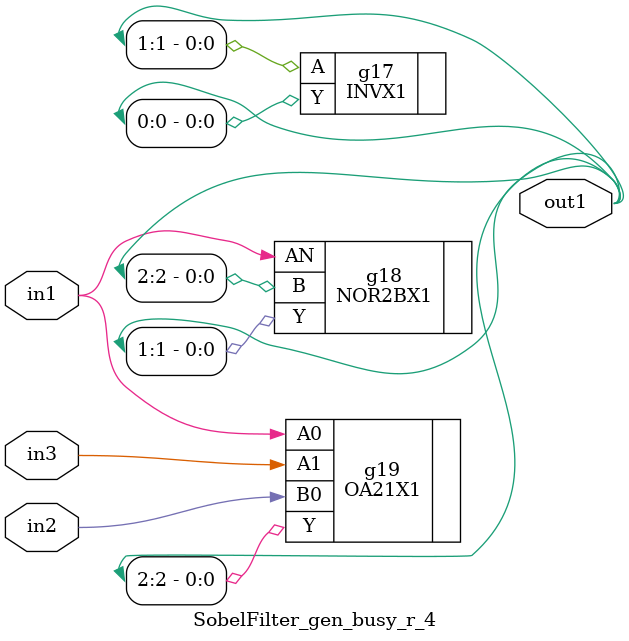
<source format=v>
`timescale 1ps / 1ps


module SobelFilter_gen_busy_r_4(in1, in2, in3, out1);
  input in1, in2, in3;
  output [2:0] out1;
  wire in1, in2, in3;
  wire [2:0] out1;
  INVX1 g17(.A (out1[1]), .Y (out1[0]));
  NOR2BX1 g18(.AN (in1), .B (out1[2]), .Y (out1[1]));
  OA21X1 g19(.A0 (in1), .A1 (in3), .B0 (in2), .Y (out1[2]));
endmodule


</source>
